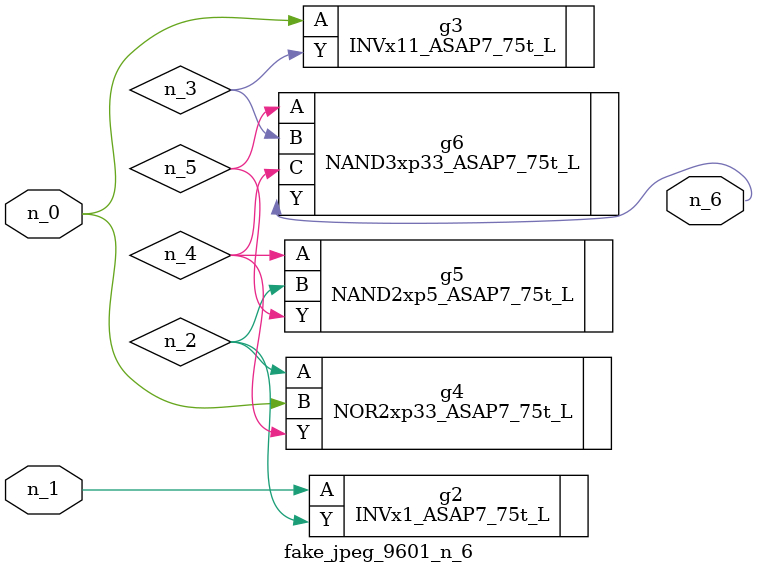
<source format=v>
module fake_jpeg_9601_n_6 (n_0, n_1, n_6);

input n_0;
input n_1;

output n_6;

wire n_2;
wire n_3;
wire n_4;
wire n_5;

INVx1_ASAP7_75t_L g2 ( 
.A(n_1),
.Y(n_2)
);

INVx11_ASAP7_75t_L g3 ( 
.A(n_0),
.Y(n_3)
);

NOR2xp33_ASAP7_75t_L g4 ( 
.A(n_2),
.B(n_0),
.Y(n_4)
);

NAND2xp5_ASAP7_75t_L g5 ( 
.A(n_4),
.B(n_2),
.Y(n_5)
);

NAND3xp33_ASAP7_75t_L g6 ( 
.A(n_5),
.B(n_3),
.C(n_4),
.Y(n_6)
);


endmodule
</source>
